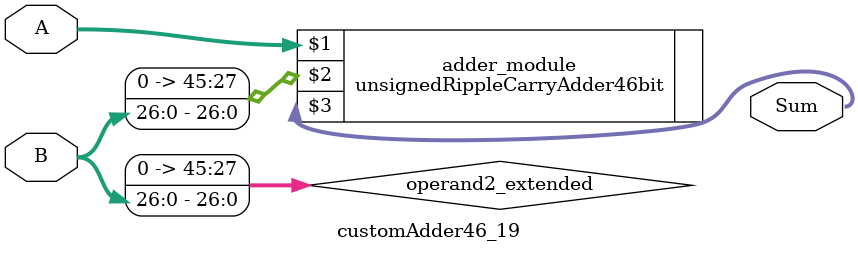
<source format=v>
module customAdder46_19(
                        input [45 : 0] A,
                        input [26 : 0] B,
                        
                        output [46 : 0] Sum
                );

        wire [45 : 0] operand2_extended;
        
        assign operand2_extended =  {19'b0, B};
        
        unsignedRippleCarryAdder46bit adder_module(
            A,
            operand2_extended,
            Sum
        );
        
        endmodule
        
</source>
